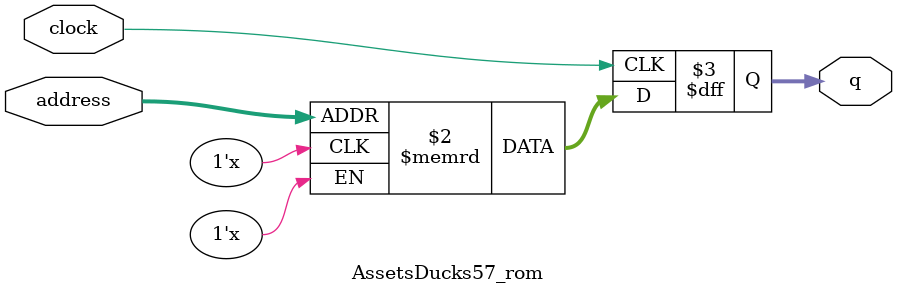
<source format=sv>
module AssetsDucks57_rom (
	input logic clock,
	input logic [12:0] address,
	output logic [3:0] q
);

logic [3:0] memory [0:4351] /* synthesis ram_init_file = "./AssetsDucks57/AssetsDucks57.mif" */;

always_ff @ (posedge clock) begin
	q <= memory[address];
end

endmodule

</source>
